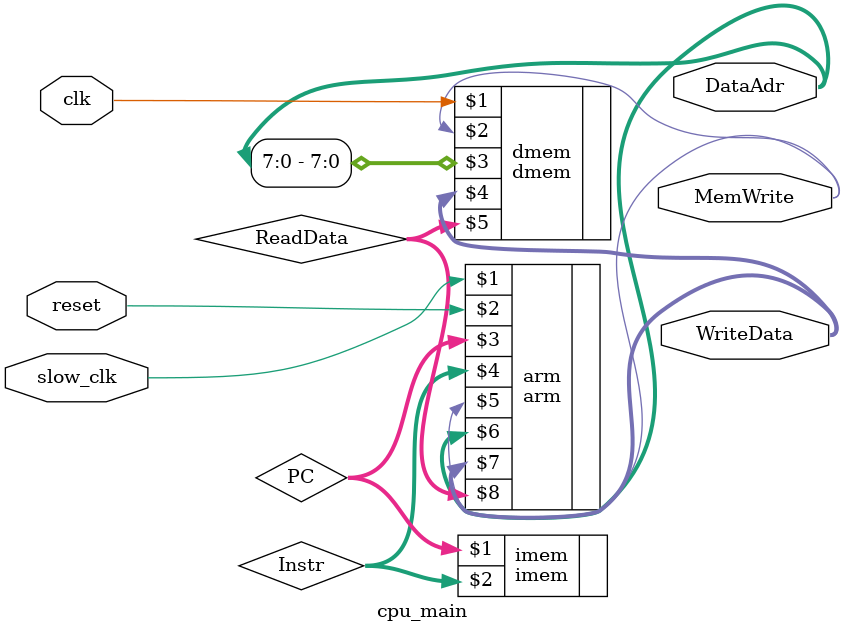
<source format=sv>
/* verilator lint_off UNUSED */
`timescale 1ns/1ps
module cpu_main(input  logic        slow_clk, clk, reset,
                output logic [31:0] WriteData, DataAdr,
                output logic        MemWrite);

  logic [31:0] PC, Instr, ReadData;

  // instantiate processor and memories
  arm arm(slow_clk, reset, PC, Instr, MemWrite, DataAdr,
          WriteData, ReadData);
  imem imem(PC, Instr);
  dmem dmem(clk, MemWrite, DataAdr[7:0], WriteData, ReadData);

endmodule

</source>
